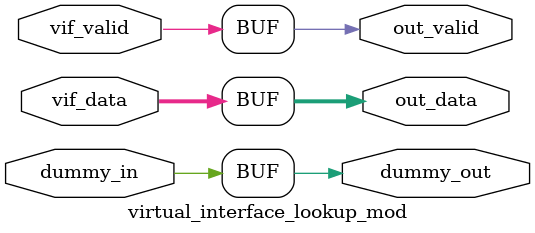
<source format=sv>
module virtual_interface_lookup_mod (
    input logic dummy_in,
    input logic [7:0] vif_data,
    input logic vif_valid,
    output logic dummy_out,
    output logic [7:0] out_data,
    output logic out_valid
);
    always_comb begin
        out_data  = vif_data;
        out_valid = vif_valid;
        dummy_out = dummy_in;
    end
endmodule


</source>
